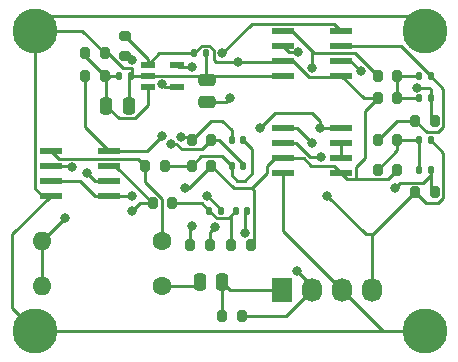
<source format=gtl>
%TF.GenerationSoftware,KiCad,Pcbnew,(6.0.4)*%
%TF.CreationDate,2022-04-21T21:48:52-10:00*%
%TF.ProjectId,filter_v2,66696c74-6572-45f7-9632-2e6b69636164,rev?*%
%TF.SameCoordinates,Original*%
%TF.FileFunction,Copper,L1,Top*%
%TF.FilePolarity,Positive*%
%FSLAX46Y46*%
G04 Gerber Fmt 4.6, Leading zero omitted, Abs format (unit mm)*
G04 Created by KiCad (PCBNEW (6.0.4)) date 2022-04-21 21:48:52*
%MOMM*%
%LPD*%
G01*
G04 APERTURE LIST*
G04 Aperture macros list*
%AMRoundRect*
0 Rectangle with rounded corners*
0 $1 Rounding radius*
0 $2 $3 $4 $5 $6 $7 $8 $9 X,Y pos of 4 corners*
0 Add a 4 corners polygon primitive as box body*
4,1,4,$2,$3,$4,$5,$6,$7,$8,$9,$2,$3,0*
0 Add four circle primitives for the rounded corners*
1,1,$1+$1,$2,$3*
1,1,$1+$1,$4,$5*
1,1,$1+$1,$6,$7*
1,1,$1+$1,$8,$9*
0 Add four rect primitives between the rounded corners*
20,1,$1+$1,$2,$3,$4,$5,0*
20,1,$1+$1,$4,$5,$6,$7,0*
20,1,$1+$1,$6,$7,$8,$9,0*
20,1,$1+$1,$8,$9,$2,$3,0*%
G04 Aperture macros list end*
%TA.AperFunction,SMDPad,CuDef*%
%ADD10R,1.969999X0.558000*%
%TD*%
%TA.AperFunction,SMDPad,CuDef*%
%ADD11R,1.258799X0.508000*%
%TD*%
%TA.AperFunction,SMDPad,CuDef*%
%ADD12RoundRect,0.200000X-0.200000X-0.275000X0.200000X-0.275000X0.200000X0.275000X-0.200000X0.275000X0*%
%TD*%
%TA.AperFunction,SMDPad,CuDef*%
%ADD13RoundRect,0.200000X0.200000X0.275000X-0.200000X0.275000X-0.200000X-0.275000X0.200000X-0.275000X0*%
%TD*%
%TA.AperFunction,SMDPad,CuDef*%
%ADD14RoundRect,0.200000X0.275000X-0.200000X0.275000X0.200000X-0.275000X0.200000X-0.275000X-0.200000X0*%
%TD*%
%TA.AperFunction,SMDPad,CuDef*%
%ADD15RoundRect,0.250000X-0.250000X-0.475000X0.250000X-0.475000X0.250000X0.475000X-0.250000X0.475000X0*%
%TD*%
%TA.AperFunction,ComponentPad*%
%ADD16C,3.800000*%
%TD*%
%TA.AperFunction,SMDPad,CuDef*%
%ADD17RoundRect,0.140000X-0.140000X-0.170000X0.140000X-0.170000X0.140000X0.170000X-0.140000X0.170000X0*%
%TD*%
%TA.AperFunction,ComponentPad*%
%ADD18C,1.600000*%
%TD*%
%TA.AperFunction,ComponentPad*%
%ADD19O,1.600000X1.600000*%
%TD*%
%TA.AperFunction,SMDPad,CuDef*%
%ADD20RoundRect,0.140000X0.140000X0.170000X-0.140000X0.170000X-0.140000X-0.170000X0.140000X-0.170000X0*%
%TD*%
%TA.AperFunction,SMDPad,CuDef*%
%ADD21RoundRect,0.250000X0.475000X-0.250000X0.475000X0.250000X-0.475000X0.250000X-0.475000X-0.250000X0*%
%TD*%
%TA.AperFunction,ComponentPad*%
%ADD22R,1.730000X2.030000*%
%TD*%
%TA.AperFunction,ComponentPad*%
%ADD23O,1.730000X2.030000*%
%TD*%
%TA.AperFunction,ViaPad*%
%ADD24C,0.800000*%
%TD*%
%TA.AperFunction,Conductor*%
%ADD25C,0.250000*%
%TD*%
G04 APERTURE END LIST*
D10*
%TO.P,U4,1,OUT1*%
%TO.N,output*%
X150571200Y-74295000D03*
%TO.P,U4,2,-IN1*%
%TO.N,Net-(C13-Pad2)*%
X150571200Y-75565000D03*
%TO.P,U4,3,+IN1*%
%TO.N,ref*%
X150571200Y-76835000D03*
%TO.P,U4,4,-VS*%
%TO.N,GND*%
X150571200Y-78105000D03*
%TO.P,U4,5,+IN2*%
%TO.N,ref*%
X155498800Y-78105000D03*
%TO.P,U4,6,-IN2*%
%TO.N,Net-(U4-Pad7)*%
X155498800Y-76835000D03*
%TO.P,U4,7,OUT2*%
X155498800Y-75565000D03*
%TO.P,U4,8,+VS*%
%TO.N,+3V3*%
X155498800Y-74295000D03*
%TD*%
%TO.P,U3,1,OUT1*%
%TO.N,Net-(C6-Pad2)*%
X150571200Y-66040000D03*
%TO.P,U3,2,-IN1*%
%TO.N,Net-(C7-Pad2)*%
X150571200Y-67310000D03*
%TO.P,U3,3,+IN1*%
%TO.N,ref*%
X150571200Y-68580000D03*
%TO.P,U3,4,-VS*%
%TO.N,GND*%
X150571200Y-69850000D03*
%TO.P,U3,5,+IN2*%
%TO.N,ref*%
X155498800Y-69850000D03*
%TO.P,U3,6,-IN2*%
%TO.N,Net-(C11-Pad2)*%
X155498800Y-68580000D03*
%TO.P,U3,7,OUT2*%
%TO.N,Net-(C10-Pad2)*%
X155498800Y-67310000D03*
%TO.P,U3,8,+VS*%
%TO.N,+3V3*%
X155498800Y-66040000D03*
%TD*%
D11*
%TO.P,U2,1,VOUT*%
%TO.N,ref*%
X139115800Y-68899999D03*
%TO.P,U2,2,-VS*%
%TO.N,GND*%
X139115800Y-69850000D03*
%TO.P,U2,3,+IN*%
%TO.N,Net-(C2-Pad1)*%
X139115800Y-70800001D03*
%TO.P,U2,4,-IN*%
%TO.N,Net-(R7-Pad1)*%
X141554200Y-70800001D03*
%TO.P,U2,5,+VS*%
%TO.N,+3V3*%
X141554200Y-68899999D03*
%TD*%
D10*
%TO.P,U1,1,OUT1*%
%TO.N,Net-(R8-Pad1)*%
X130886200Y-76200000D03*
%TO.P,U1,2,-IN1*%
%TO.N,Net-(R2-Pad2)*%
X130886200Y-77470000D03*
%TO.P,U1,3,+IN1*%
%TO.N,ref*%
X130886200Y-78740000D03*
%TO.P,U1,4,-VS*%
%TO.N,GND*%
X130886200Y-80010000D03*
%TO.P,U1,5,+IN2*%
%TO.N,ref*%
X135813800Y-80010000D03*
%TO.P,U1,6,-IN2*%
%TO.N,Net-(C5-Pad2)*%
X135813800Y-78740000D03*
%TO.P,U1,7,OUT2*%
%TO.N,Net-(C4-Pad2)*%
X135813800Y-77470000D03*
%TO.P,U1,8,+VS*%
%TO.N,+3V3*%
X135813800Y-76200000D03*
%TD*%
D12*
%TO.P,R19,1*%
%TO.N,output*%
X161745000Y-79710000D03*
%TO.P,R19,2*%
%TO.N,Net-(C13-Pad2)*%
X163395000Y-79710000D03*
%TD*%
%TO.P,R18,1*%
%TO.N,Net-(C10-Pad2)*%
X161745000Y-73660000D03*
%TO.P,R18,2*%
%TO.N,Net-(C11-Pad2)*%
X163395000Y-73660000D03*
%TD*%
%TO.P,R17,1*%
%TO.N,Net-(C12-Pad1)*%
X158560000Y-77805000D03*
%TO.P,R17,2*%
%TO.N,ref*%
X160210000Y-77805000D03*
%TD*%
D13*
%TO.P,R16,1*%
%TO.N,Net-(C10-Pad1)*%
X160210000Y-71755000D03*
%TO.P,R16,2*%
%TO.N,ref*%
X158560000Y-71755000D03*
%TD*%
D12*
%TO.P,R15,1*%
%TO.N,Net-(C10-Pad2)*%
X158560000Y-75265000D03*
%TO.P,R15,2*%
%TO.N,Net-(C12-Pad1)*%
X160210000Y-75265000D03*
%TD*%
%TO.P,R14,1*%
%TO.N,Net-(C6-Pad2)*%
X158560000Y-69850000D03*
%TO.P,R14,2*%
%TO.N,Net-(C10-Pad1)*%
X160210000Y-69850000D03*
%TD*%
%TO.P,R13,1*%
%TO.N,Net-(C6-Pad2)*%
X142685000Y-84155000D03*
%TO.P,R13,2*%
%TO.N,Net-(C7-Pad2)*%
X144335000Y-84155000D03*
%TD*%
%TO.P,R12,1*%
%TO.N,Net-(C4-Pad2)*%
X142810000Y-75265000D03*
%TO.P,R12,2*%
%TO.N,Net-(C5-Pad2)*%
X144460000Y-75265000D03*
%TD*%
%TO.P,R11,1*%
%TO.N,Net-(C6-Pad1)*%
X146160000Y-84155000D03*
%TO.P,R11,2*%
%TO.N,ref*%
X147810000Y-84155000D03*
%TD*%
%TO.P,R10,1*%
%TO.N,Net-(C4-Pad1)*%
X142810000Y-77470000D03*
%TO.P,R10,2*%
%TO.N,ref*%
X144460000Y-77470000D03*
%TD*%
%TO.P,R9,1*%
%TO.N,Net-(C4-Pad2)*%
X139510000Y-80645000D03*
%TO.P,R9,2*%
%TO.N,Net-(C6-Pad1)*%
X141160000Y-80645000D03*
%TD*%
%TO.P,R8,1*%
%TO.N,Net-(R8-Pad1)*%
X138875000Y-77470000D03*
%TO.P,R8,2*%
%TO.N,Net-(C4-Pad1)*%
X140525000Y-77470000D03*
%TD*%
D14*
%TO.P,R7,1*%
%TO.N,Net-(R7-Pad1)*%
X137160000Y-68135000D03*
%TO.P,R7,2*%
%TO.N,ref*%
X137160000Y-66485000D03*
%TD*%
D12*
%TO.P,R6,1*%
%TO.N,Net-(C2-Pad1)*%
X133795000Y-67945000D03*
%TO.P,R6,2*%
%TO.N,GND*%
X135445000Y-67945000D03*
%TD*%
%TO.P,R5,1*%
%TO.N,+3V3*%
X133795000Y-69850000D03*
%TO.P,R5,2*%
%TO.N,Net-(C2-Pad1)*%
X135445000Y-69850000D03*
%TD*%
D13*
%TO.P,R1,1*%
%TO.N,+3V3*%
X147065000Y-90170000D03*
%TO.P,R1,2*%
%TO.N,input*%
X145415000Y-90170000D03*
%TD*%
D15*
%TO.P,C1,1*%
%TO.N,Net-(C1-Pad1)*%
X143515000Y-87330000D03*
%TO.P,C1,2*%
%TO.N,input*%
X145415000Y-87330000D03*
%TD*%
D16*
%TO.P,H2,1,1*%
%TO.N,GND*%
X162560000Y-91440000D03*
%TD*%
%TO.P,H4,1,1*%
%TO.N,GND*%
X129540000Y-91440000D03*
%TD*%
%TO.P,H1,1,1*%
%TO.N,GND*%
X162560000Y-66040000D03*
%TD*%
D17*
%TO.P,C9,1*%
%TO.N,ref*%
X143030000Y-67945000D03*
%TO.P,C9,2*%
%TO.N,GND*%
X143990000Y-67945000D03*
%TD*%
D18*
%TO.P,R2,1*%
%TO.N,Net-(C1-Pad1)*%
X140345000Y-87630000D03*
D19*
%TO.P,R2,2*%
%TO.N,Net-(R2-Pad2)*%
X130185000Y-87630000D03*
%TD*%
D17*
%TO.P,C12,1*%
%TO.N,Net-(C12-Pad1)*%
X162090000Y-75265000D03*
%TO.P,C12,2*%
%TO.N,output*%
X163050000Y-75265000D03*
%TD*%
%TO.P,C7,1*%
%TO.N,Net-(C6-Pad1)*%
X146530000Y-81280000D03*
%TO.P,C7,2*%
%TO.N,Net-(C7-Pad2)*%
X147490000Y-81280000D03*
%TD*%
D16*
%TO.P,H3,1,1*%
%TO.N,GND*%
X129540000Y-66040000D03*
%TD*%
D17*
%TO.P,C6,1*%
%TO.N,Net-(C6-Pad1)*%
X144300000Y-81280000D03*
%TO.P,C6,2*%
%TO.N,Net-(C6-Pad2)*%
X145260000Y-81280000D03*
%TD*%
D18*
%TO.P,R3,1*%
%TO.N,Net-(R8-Pad1)*%
X140335000Y-83820000D03*
D19*
%TO.P,R3,2*%
%TO.N,Net-(R2-Pad2)*%
X130175000Y-83820000D03*
%TD*%
D17*
%TO.P,C5,1*%
%TO.N,Net-(C4-Pad1)*%
X146205000Y-77470000D03*
%TO.P,C5,2*%
%TO.N,Net-(C5-Pad2)*%
X147165000Y-77470000D03*
%TD*%
%TO.P,C11,1*%
%TO.N,Net-(C10-Pad1)*%
X162080000Y-71755000D03*
%TO.P,C11,2*%
%TO.N,Net-(C11-Pad2)*%
X163040000Y-71755000D03*
%TD*%
D20*
%TO.P,C4,1*%
%TO.N,Net-(C4-Pad1)*%
X147165000Y-75265000D03*
%TO.P,C4,2*%
%TO.N,Net-(C4-Pad2)*%
X146205000Y-75265000D03*
%TD*%
D17*
%TO.P,C13,1*%
%TO.N,Net-(C12-Pad1)*%
X162090000Y-77805000D03*
%TO.P,C13,2*%
%TO.N,Net-(C13-Pad2)*%
X163050000Y-77805000D03*
%TD*%
D15*
%TO.P,C2,1*%
%TO.N,Net-(C2-Pad1)*%
X135575000Y-72390000D03*
%TO.P,C2,2*%
%TO.N,GND*%
X137475000Y-72390000D03*
%TD*%
D21*
%TO.P,C8,1*%
%TO.N,ref*%
X144145000Y-72070000D03*
%TO.P,C8,2*%
%TO.N,GND*%
X144145000Y-70170000D03*
%TD*%
D22*
%TO.P,J1,1,Pin_1*%
%TO.N,input*%
X150505000Y-87965000D03*
D23*
%TO.P,J1,2,Pin_2*%
%TO.N,+3V3*%
X153045000Y-87965000D03*
%TO.P,J1,3,Pin_3*%
%TO.N,GND*%
X155585000Y-87965000D03*
%TO.P,J1,4,Pin_4*%
%TO.N,output*%
X158125000Y-87965000D03*
%TD*%
D17*
%TO.P,C3,1*%
%TO.N,Net-(C2-Pad1)*%
X136680000Y-69850000D03*
%TO.P,C3,2*%
%TO.N,GND*%
X137640000Y-69850000D03*
%TD*%
%TO.P,C10,1*%
%TO.N,Net-(C10-Pad1)*%
X162080000Y-69850000D03*
%TO.P,C10,2*%
%TO.N,Net-(C10-Pad2)*%
X163040000Y-69850000D03*
%TD*%
D24*
%TO.N,Net-(C4-Pad2)*%
X141934733Y-75033673D03*
X137795000Y-81280000D03*
%TO.N,Net-(R7-Pad1)*%
X137795000Y-68490500D03*
X140344701Y-70574500D03*
%TO.N,ref*%
X146774511Y-68669511D03*
X146050000Y-71755000D03*
%TO.N,Net-(C5-Pad2)*%
X141041755Y-75636755D03*
X133985000Y-78105000D03*
%TO.N,Net-(R2-Pad2)*%
X132080000Y-81915000D03*
X132715000Y-77590989D03*
%TO.N,ref*%
X137795000Y-80010000D03*
X142240000Y-79375000D03*
%TO.N,+3V3*%
X148590000Y-74295000D03*
X140335000Y-74930000D03*
X142875000Y-69125500D03*
X145415000Y-67945000D03*
X153670000Y-74295000D03*
X151765000Y-86360000D03*
%TO.N,Net-(C7-Pad2)*%
X147302123Y-83142157D03*
X151859499Y-67783882D03*
X144763544Y-82620572D03*
%TO.N,Net-(C6-Pad2)*%
X144145000Y-80010000D03*
X153035000Y-69215000D03*
X142875000Y-82550000D03*
%TO.N,Net-(C11-Pad2)*%
X161920003Y-70845770D03*
X157144088Y-69458686D03*
%TO.N,Net-(C13-Pad2)*%
X160020000Y-79375000D03*
X153759500Y-76745500D03*
%TO.N,output*%
X154305000Y-80010000D03*
X153035000Y-75565000D03*
%TD*%
D25*
%TO.N,Net-(U4-Pad7)*%
X155498800Y-75565000D02*
X155498800Y-76835000D01*
%TO.N,Net-(C4-Pad2)*%
X142578673Y-75033673D02*
X142810000Y-75265000D01*
X141934733Y-75033673D02*
X142578673Y-75033673D01*
X138430000Y-80645000D02*
X137795000Y-81280000D01*
X139510000Y-80645000D02*
X138430000Y-80645000D01*
%TO.N,Net-(R7-Pad1)*%
X137795000Y-68490500D02*
X137515500Y-68490500D01*
X137515500Y-68490500D02*
X137160000Y-68135000D01*
X141554200Y-70800001D02*
X140570202Y-70800001D01*
X140570202Y-70800001D02*
X140344701Y-70574500D01*
%TO.N,GND*%
X137794520Y-69215480D02*
X137795000Y-69215000D01*
X137005480Y-69215480D02*
X137794520Y-69215480D01*
X135445000Y-67945000D02*
X135735000Y-67945000D01*
X135735000Y-67945000D02*
X137005480Y-69215480D01*
X137795000Y-69215000D02*
X137795000Y-69695000D01*
X137795000Y-69695000D02*
X137640000Y-69850000D01*
%TO.N,Net-(R8-Pad1)*%
X140335000Y-80253217D02*
X140335000Y-83820000D01*
X138875000Y-78793217D02*
X140335000Y-80253217D01*
X138875000Y-77470000D02*
X138875000Y-78793217D01*
%TO.N,Net-(C4-Pad2)*%
X146205000Y-74450000D02*
X146205000Y-75265000D01*
X145415000Y-73660000D02*
X146205000Y-74450000D01*
X144415000Y-73660000D02*
X145415000Y-73660000D01*
X142810000Y-75265000D02*
X144415000Y-73660000D01*
%TO.N,ref*%
X146774511Y-68669511D02*
X150481689Y-68669511D01*
X145735000Y-72070000D02*
X146050000Y-71755000D01*
X144869511Y-68669511D02*
X146774511Y-68669511D01*
X144145000Y-72070000D02*
X145735000Y-72070000D01*
X144690489Y-68490489D02*
X144869511Y-68669511D01*
X144690489Y-67678559D02*
X144690489Y-68490489D01*
X143657590Y-67310480D02*
X144322410Y-67310480D01*
X143030000Y-67945000D02*
X143030000Y-67938070D01*
X143030000Y-67938070D02*
X143657590Y-67310480D01*
X144322410Y-67310480D02*
X144690489Y-67678559D01*
X150481689Y-68669511D02*
X150571200Y-68580000D01*
%TO.N,Net-(C5-Pad2)*%
X143660480Y-76064520D02*
X144460000Y-75265000D01*
X141961010Y-76064520D02*
X143660480Y-76064520D01*
X141533245Y-75636755D02*
X141961010Y-76064520D01*
X141041755Y-75636755D02*
X141533245Y-75636755D01*
X134620000Y-78740000D02*
X133985000Y-78105000D01*
X135813800Y-78740000D02*
X134620000Y-78740000D01*
%TO.N,Net-(R2-Pad2)*%
X132080000Y-81915000D02*
X130175000Y-83820000D01*
X132594011Y-77470000D02*
X132715000Y-77590989D01*
X130886200Y-77470000D02*
X132594011Y-77470000D01*
%TO.N,ref*%
X137795000Y-80010000D02*
X135813800Y-80010000D01*
X142555000Y-79375000D02*
X142240000Y-79375000D01*
X144460000Y-77470000D02*
X142555000Y-79375000D01*
X157403800Y-71755000D02*
X155498800Y-69850000D01*
X158560000Y-71755000D02*
X157403800Y-71755000D01*
X157480000Y-76829799D02*
X156709520Y-77600279D01*
X156709520Y-77600279D02*
X156709520Y-78604520D01*
X157480000Y-72835000D02*
X157480000Y-76829799D01*
X158560000Y-71755000D02*
X157480000Y-72835000D01*
X156709520Y-78604520D02*
X159410480Y-78604520D01*
X155998320Y-78604520D02*
X156709520Y-78604520D01*
X152734897Y-69939511D02*
X155409289Y-69939511D01*
X155409289Y-69939511D02*
X155498800Y-69850000D01*
X151375386Y-68580000D02*
X152734897Y-69939511D01*
X150571200Y-68580000D02*
X151375386Y-68580000D01*
%TO.N,+3V3*%
X153670000Y-73660000D02*
X153670000Y-74295000D01*
X153035000Y-73025000D02*
X153670000Y-73660000D01*
X149860000Y-73025000D02*
X153035000Y-73025000D01*
X148590000Y-74295000D02*
X149860000Y-73025000D01*
X140335000Y-74930000D02*
X139065000Y-76200000D01*
X139065000Y-76200000D02*
X135813800Y-76200000D01*
X141779701Y-69125500D02*
X141554200Y-68899999D01*
X142875000Y-69125500D02*
X141779701Y-69125500D01*
X147923511Y-65436489D02*
X145415000Y-67945000D01*
X154895289Y-65436489D02*
X147923511Y-65436489D01*
X155498800Y-66040000D02*
X154895289Y-65436489D01*
X153670000Y-74295000D02*
X155498800Y-74295000D01*
X153045000Y-87640000D02*
X151765000Y-86360000D01*
X153045000Y-87965000D02*
X153045000Y-87640000D01*
%TO.N,GND*%
X129540000Y-79369799D02*
X129540000Y-66040000D01*
X130886200Y-80010000D02*
X130180201Y-80010000D01*
X130180201Y-80010000D02*
X129540000Y-79369799D01*
X127640001Y-83256199D02*
X130886200Y-80010000D01*
X127640001Y-89540001D02*
X127640001Y-83256199D01*
X129540000Y-91440000D02*
X127640001Y-89540001D01*
X162560000Y-91440000D02*
X129540000Y-91440000D01*
%TO.N,Net-(C7-Pad2)*%
X147302123Y-81467877D02*
X147490000Y-81280000D01*
X147302123Y-83142157D02*
X147302123Y-81467877D01*
X151045082Y-67783882D02*
X150571200Y-67310000D01*
X151859499Y-67783882D02*
X151045082Y-67783882D01*
X144335000Y-83049116D02*
X144763544Y-82620572D01*
X144335000Y-84155000D02*
X144335000Y-83049116D01*
%TO.N,Net-(C6-Pad2)*%
X145260000Y-81125000D02*
X144145000Y-80010000D01*
X145260000Y-81280000D02*
X145260000Y-81125000D01*
X153035000Y-67945000D02*
X153182199Y-67945000D01*
X153035000Y-69215000D02*
X153035000Y-67945000D01*
X142685000Y-82740000D02*
X142875000Y-82550000D01*
X142685000Y-84155000D02*
X142685000Y-82740000D01*
%TO.N,ref*%
X134620000Y-80010000D02*
X135813800Y-80010000D01*
X130886200Y-78740000D02*
X133350000Y-78740000D01*
X133350000Y-78740000D02*
X134620000Y-80010000D01*
%TO.N,Net-(R8-Pad1)*%
X138271489Y-76866489D02*
X138875000Y-77470000D01*
X131552689Y-76866489D02*
X138271489Y-76866489D01*
X130886200Y-76200000D02*
X131552689Y-76866489D01*
%TO.N,+3V3*%
X133795000Y-74181200D02*
X135813800Y-76200000D01*
X133795000Y-69850000D02*
X133795000Y-74181200D01*
%TO.N,Net-(C2-Pad1)*%
X139115800Y-72339200D02*
X139115800Y-70800001D01*
X138015480Y-73439520D02*
X139115800Y-72339200D01*
X136624520Y-73439520D02*
X138015480Y-73439520D01*
X135575000Y-72390000D02*
X136624520Y-73439520D01*
X135575000Y-70165000D02*
X135575000Y-72390000D01*
X135890000Y-69850000D02*
X135575000Y-70165000D01*
X135890000Y-69850000D02*
X136680000Y-69850000D01*
X135445000Y-69850000D02*
X135890000Y-69850000D01*
X133795000Y-68200000D02*
X135445000Y-69850000D01*
X133795000Y-67945000D02*
X133795000Y-68200000D01*
%TO.N,GND*%
X133540000Y-66040000D02*
X129540000Y-66040000D01*
X135445000Y-67945000D02*
X133540000Y-66040000D01*
X137475000Y-70015000D02*
X137640000Y-69850000D01*
X137475000Y-72390000D02*
X137475000Y-70015000D01*
X137640000Y-69850000D02*
X139115800Y-69850000D01*
%TO.N,ref*%
X139115800Y-68440800D02*
X137160000Y-66485000D01*
X139115800Y-68899999D02*
X139115800Y-68440800D01*
X139115800Y-68899999D02*
X140070799Y-67945000D01*
X140070799Y-67945000D02*
X143030000Y-67945000D01*
%TO.N,GND*%
X143825000Y-69850000D02*
X144145000Y-70170000D01*
X139115800Y-69850000D02*
X143825000Y-69850000D01*
X143990000Y-70015000D02*
X144145000Y-70170000D01*
X143990000Y-67945000D02*
X143990000Y-70015000D01*
X144465000Y-69850000D02*
X150571200Y-69850000D01*
X144145000Y-70170000D02*
X144465000Y-69850000D01*
X161290000Y-64770000D02*
X162560000Y-66040000D01*
X129540000Y-66040000D02*
X130810000Y-64770000D01*
X130810000Y-64770000D02*
X161290000Y-64770000D01*
%TO.N,Net-(C11-Pad2)*%
X162920770Y-70845770D02*
X163040000Y-70965000D01*
X161920003Y-70845770D02*
X162920770Y-70845770D01*
X163040000Y-70965000D02*
X163040000Y-71755000D01*
X156265402Y-68580000D02*
X157144088Y-69458686D01*
X155498800Y-68580000D02*
X156265402Y-68580000D01*
%TO.N,Net-(C13-Pad2)*%
X163050000Y-78250000D02*
X163050000Y-77805000D01*
X160484520Y-78910480D02*
X162389520Y-78910480D01*
X162389520Y-78910480D02*
X163050000Y-78250000D01*
X152856718Y-76745500D02*
X153759500Y-76745500D01*
X151676218Y-75565000D02*
X152856718Y-76745500D01*
X160020000Y-79375000D02*
X160484520Y-78910480D01*
X150571200Y-75565000D02*
X151676218Y-75565000D01*
%TO.N,GND*%
X150571200Y-82951200D02*
X155585000Y-87965000D01*
X150571200Y-78105000D02*
X150571200Y-82951200D01*
%TO.N,output*%
X157557500Y-83262500D02*
X158192500Y-83262500D01*
X154305000Y-80010000D02*
X157557500Y-83262500D01*
X161745000Y-79710000D02*
X158192500Y-83262500D01*
X151765000Y-74295000D02*
X153035000Y-75565000D01*
X150571200Y-74295000D02*
X151765000Y-74295000D01*
X158192500Y-83262500D02*
X158125000Y-83330000D01*
%TO.N,ref*%
X154863800Y-77470000D02*
X155498800Y-78105000D01*
X152945500Y-77470000D02*
X154863800Y-77470000D01*
X150571200Y-76835000D02*
X152310500Y-76835000D01*
X152310500Y-76835000D02*
X152945500Y-77470000D01*
%TO.N,output*%
X162680000Y-80645000D02*
X161745000Y-79710000D01*
X163676783Y-80645000D02*
X162680000Y-80645000D01*
X164119520Y-76334520D02*
X164119520Y-80202263D01*
X164119520Y-80202263D02*
X163676783Y-80645000D01*
X163050000Y-75265000D02*
X164119520Y-76334520D01*
%TO.N,Net-(C10-Pad2)*%
X160165000Y-73660000D02*
X161745000Y-73660000D01*
X158560000Y-75265000D02*
X160165000Y-73660000D01*
%TO.N,Net-(C12-Pad1)*%
X160210000Y-76155000D02*
X158560000Y-77805000D01*
X160210000Y-75265000D02*
X160210000Y-76155000D01*
X160210000Y-75265000D02*
X162090000Y-75265000D01*
%TO.N,Net-(C10-Pad2)*%
X163641303Y-74630480D02*
X162715480Y-74630480D01*
X164119520Y-74152263D02*
X163641303Y-74630480D01*
X162715480Y-74630480D02*
X161745000Y-73660000D01*
X163040000Y-69850000D02*
X164119520Y-70929520D01*
X164119520Y-70929520D02*
X164119520Y-74152263D01*
X160506930Y-67310000D02*
X155498800Y-67310000D01*
X163040000Y-69843070D02*
X160506930Y-67310000D01*
X163040000Y-69850000D02*
X163040000Y-69843070D01*
%TO.N,Net-(C6-Pad2)*%
X153182199Y-67945000D02*
X156655000Y-67945000D01*
X156655000Y-67945000D02*
X158560000Y-69850000D01*
X151277199Y-66040000D02*
X153182199Y-67945000D01*
X150571200Y-66040000D02*
X151277199Y-66040000D01*
%TO.N,Net-(C10-Pad1)*%
X160210000Y-71755000D02*
X162080000Y-71755000D01*
X160210000Y-69850000D02*
X160210000Y-71755000D01*
X162080000Y-69850000D02*
X160210000Y-69850000D01*
%TO.N,Net-(C12-Pad1)*%
X162090000Y-77805000D02*
X162090000Y-75265000D01*
%TO.N,ref*%
X159410480Y-78604520D02*
X160210000Y-77805000D01*
X155498800Y-78105000D02*
X155998320Y-78604520D01*
%TO.N,output*%
X158125000Y-83330000D02*
X158125000Y-87965000D01*
%TO.N,Net-(C13-Pad2)*%
X163050000Y-79365000D02*
X163395000Y-79710000D01*
X163050000Y-77805000D02*
X163050000Y-79365000D01*
%TO.N,Net-(C11-Pad2)*%
X163040000Y-73305000D02*
X163395000Y-73660000D01*
X163040000Y-71755000D02*
X163040000Y-73305000D01*
%TO.N,ref*%
X148094520Y-79514520D02*
X147955000Y-79375000D01*
X148094520Y-83870480D02*
X148094520Y-79514520D01*
X147810000Y-84155000D02*
X148094520Y-83870480D01*
X149225000Y-77475201D02*
X149865201Y-76835000D01*
X149225000Y-78105000D02*
X149225000Y-77475201D01*
X149865201Y-76835000D02*
X150571200Y-76835000D01*
X147955000Y-79375000D02*
X149225000Y-78105000D01*
X146365000Y-79375000D02*
X147955000Y-79375000D01*
X144460000Y-77470000D02*
X146365000Y-79375000D01*
%TO.N,Net-(C4-Pad1)*%
X146685000Y-78740000D02*
X146205000Y-78260000D01*
X147320000Y-78740000D02*
X146685000Y-78740000D01*
X146205000Y-78260000D02*
X146205000Y-77470000D01*
X147955000Y-78105000D02*
X147320000Y-78740000D01*
X147955000Y-76055000D02*
X147955000Y-78105000D01*
X147165000Y-75265000D02*
X147955000Y-76055000D01*
%TO.N,Net-(C5-Pad2)*%
X145115000Y-75265000D02*
X147165000Y-77315000D01*
X147165000Y-77315000D02*
X147165000Y-77470000D01*
X144460000Y-75265000D02*
X145115000Y-75265000D01*
%TO.N,Net-(C4-Pad1)*%
X145405480Y-76670480D02*
X146205000Y-77470000D01*
X143609520Y-76670480D02*
X145405480Y-76670480D01*
X142810000Y-77470000D02*
X143609520Y-76670480D01*
X140525000Y-77470000D02*
X142810000Y-77470000D01*
%TO.N,Net-(C4-Pad2)*%
X136335000Y-77470000D02*
X135813800Y-77470000D01*
X139510000Y-80645000D02*
X136335000Y-77470000D01*
%TO.N,Net-(C6-Pad1)*%
X146160000Y-81650000D02*
X146530000Y-81280000D01*
X146160000Y-84155000D02*
X146160000Y-81650000D01*
X145895000Y-81915000D02*
X146530000Y-81280000D01*
X144928070Y-81915000D02*
X145895000Y-81915000D01*
X144300000Y-81286930D02*
X144928070Y-81915000D01*
X144300000Y-81280000D02*
X144300000Y-81286930D01*
X143665000Y-80645000D02*
X144300000Y-81280000D01*
X141160000Y-80645000D02*
X143665000Y-80645000D01*
%TO.N,Net-(R2-Pad2)*%
X130185000Y-83830000D02*
X130175000Y-83820000D01*
X130185000Y-87630000D02*
X130185000Y-83830000D01*
%TO.N,Net-(C1-Pad1)*%
X143215000Y-87630000D02*
X140345000Y-87630000D01*
X143515000Y-87330000D02*
X143215000Y-87630000D01*
%TO.N,input*%
X146050000Y-87965000D02*
X150505000Y-87965000D01*
X145415000Y-87330000D02*
X146050000Y-87965000D01*
X145415000Y-90170000D02*
X145415000Y-87330000D01*
%TO.N,+3V3*%
X150840000Y-90170000D02*
X147065000Y-90170000D01*
X153045000Y-87965000D02*
X150840000Y-90170000D01*
%TO.N,GND*%
X159060000Y-91440000D02*
X162560000Y-91440000D01*
X155585000Y-87965000D02*
X159060000Y-91440000D01*
%TD*%
M02*

</source>
